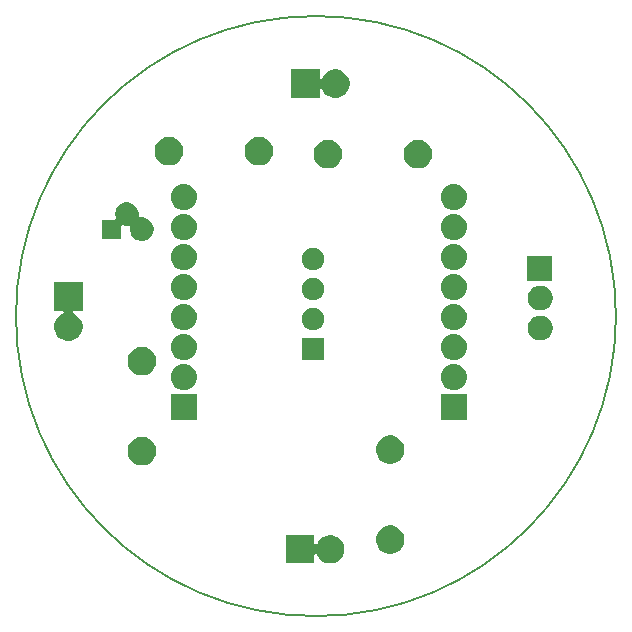
<source format=gbr>
%TF.GenerationSoftware,KiCad,Pcbnew,5.0.2+dfsg1-1~bpo9+1*%
%TF.CreationDate,2019-04-24T06:15:53+00:00*%
%TF.ProjectId,cointest,636f696e-7465-4737-942e-6b696361645f,rev?*%
%TF.SameCoordinates,Original*%
%TF.FileFunction,Soldermask,Top*%
%TF.FilePolarity,Negative*%
%FSLAX46Y46*%
G04 Gerber Fmt 4.6, Leading zero omitted, Abs format (unit mm)*
G04 Created by KiCad (PCBNEW 5.0.2+dfsg1-1~bpo9+1) date Wed 24 Apr 2019 06:15:53 AM UTC*
%MOMM*%
%LPD*%
G01*
G04 APERTURE LIST*
%ADD10C,0.150000*%
G04 APERTURE END LIST*
D10*
X164084000Y-96266000D02*
G75*
G03X164084000Y-96266000I-25400000J0D01*
G01*
G36*
X138550500Y-115485377D02*
X138552902Y-115509763D01*
X138560015Y-115533212D01*
X138571566Y-115554823D01*
X138587112Y-115573765D01*
X138606054Y-115589311D01*
X138627665Y-115600862D01*
X138651114Y-115607975D01*
X138675500Y-115610377D01*
X138699886Y-115607975D01*
X138723335Y-115600862D01*
X138744946Y-115589311D01*
X138763888Y-115573765D01*
X138779434Y-115554823D01*
X138790985Y-115533212D01*
X138827073Y-115446088D01*
X138958401Y-115249542D01*
X139125542Y-115082401D01*
X139322088Y-114951073D01*
X139540474Y-114860615D01*
X139772309Y-114814500D01*
X140008691Y-114814500D01*
X140240526Y-114860615D01*
X140458912Y-114951073D01*
X140655458Y-115082401D01*
X140822599Y-115249542D01*
X140953927Y-115446088D01*
X141044385Y-115664474D01*
X141090500Y-115896309D01*
X141090500Y-116132691D01*
X141044385Y-116364526D01*
X140953927Y-116582912D01*
X140822599Y-116779458D01*
X140655458Y-116946599D01*
X140458912Y-117077927D01*
X140240526Y-117168385D01*
X140008691Y-117214500D01*
X139772309Y-117214500D01*
X139540474Y-117168385D01*
X139322088Y-117077927D01*
X139125542Y-116946599D01*
X138958401Y-116779458D01*
X138827073Y-116582912D01*
X138790985Y-116495788D01*
X138779434Y-116474177D01*
X138763888Y-116455235D01*
X138744946Y-116439689D01*
X138723335Y-116428138D01*
X138699886Y-116421025D01*
X138675500Y-116418623D01*
X138651114Y-116421025D01*
X138627665Y-116428138D01*
X138606054Y-116439689D01*
X138587112Y-116455235D01*
X138571566Y-116474177D01*
X138560015Y-116495788D01*
X138552902Y-116519237D01*
X138550500Y-116543623D01*
X138550500Y-117214500D01*
X136150500Y-117214500D01*
X136150500Y-114814500D01*
X138550500Y-114814500D01*
X138550500Y-115485377D01*
X138550500Y-115485377D01*
G37*
G36*
X145320376Y-114035605D02*
X145538672Y-114126026D01*
X145735133Y-114257297D01*
X145902203Y-114424367D01*
X146033474Y-114620828D01*
X146123895Y-114839124D01*
X146169990Y-115070859D01*
X146169990Y-115307141D01*
X146123895Y-115538876D01*
X146033474Y-115757172D01*
X145902203Y-115953633D01*
X145735133Y-116120703D01*
X145538672Y-116251974D01*
X145320376Y-116342395D01*
X145088641Y-116388490D01*
X144852359Y-116388490D01*
X144620624Y-116342395D01*
X144402328Y-116251974D01*
X144205867Y-116120703D01*
X144038797Y-115953633D01*
X143907526Y-115757172D01*
X143817105Y-115538876D01*
X143771010Y-115307141D01*
X143771010Y-115070859D01*
X143817105Y-114839124D01*
X143907526Y-114620828D01*
X144038797Y-114424367D01*
X144205867Y-114257297D01*
X144402328Y-114126026D01*
X144620624Y-114035605D01*
X144852359Y-113989510D01*
X145088641Y-113989510D01*
X145320376Y-114035605D01*
X145320376Y-114035605D01*
G37*
G36*
X124301876Y-106542605D02*
X124520172Y-106633026D01*
X124716633Y-106764297D01*
X124883703Y-106931367D01*
X125014974Y-107127828D01*
X125105395Y-107346124D01*
X125151490Y-107577859D01*
X125151490Y-107814141D01*
X125105395Y-108045876D01*
X125014974Y-108264172D01*
X124883703Y-108460633D01*
X124716633Y-108627703D01*
X124520172Y-108758974D01*
X124301876Y-108849395D01*
X124070141Y-108895490D01*
X123833859Y-108895490D01*
X123602124Y-108849395D01*
X123383828Y-108758974D01*
X123187367Y-108627703D01*
X123020297Y-108460633D01*
X122889026Y-108264172D01*
X122798605Y-108045876D01*
X122752510Y-107814141D01*
X122752510Y-107577859D01*
X122798605Y-107346124D01*
X122889026Y-107127828D01*
X123020297Y-106931367D01*
X123187367Y-106764297D01*
X123383828Y-106633026D01*
X123602124Y-106542605D01*
X123833859Y-106496510D01*
X124070141Y-106496510D01*
X124301876Y-106542605D01*
X124301876Y-106542605D01*
G37*
G36*
X145320376Y-106415605D02*
X145538672Y-106506026D01*
X145735133Y-106637297D01*
X145902203Y-106804367D01*
X146033474Y-107000828D01*
X146123895Y-107219124D01*
X146169990Y-107450859D01*
X146169990Y-107687141D01*
X146123895Y-107918876D01*
X146033474Y-108137172D01*
X145902203Y-108333633D01*
X145735133Y-108500703D01*
X145538672Y-108631974D01*
X145320376Y-108722395D01*
X145088641Y-108768490D01*
X144852359Y-108768490D01*
X144620624Y-108722395D01*
X144402328Y-108631974D01*
X144205867Y-108500703D01*
X144038797Y-108333633D01*
X143907526Y-108137172D01*
X143817105Y-107918876D01*
X143771010Y-107687141D01*
X143771010Y-107450859D01*
X143817105Y-107219124D01*
X143907526Y-107000828D01*
X144038797Y-106804367D01*
X144205867Y-106637297D01*
X144402328Y-106506026D01*
X144620624Y-106415605D01*
X144852359Y-106369510D01*
X145088641Y-106369510D01*
X145320376Y-106415605D01*
X145320376Y-106415605D01*
G37*
G36*
X128590000Y-105050000D02*
X126390000Y-105050000D01*
X126390000Y-102850000D01*
X128590000Y-102850000D01*
X128590000Y-105050000D01*
X128590000Y-105050000D01*
G37*
G36*
X151450000Y-105050000D02*
X149250000Y-105050000D01*
X149250000Y-102850000D01*
X151450000Y-102850000D01*
X151450000Y-105050000D01*
X151450000Y-105050000D01*
G37*
G36*
X150565639Y-100325916D02*
X150772986Y-100388815D01*
X150772988Y-100388816D01*
X150964084Y-100490958D01*
X151131581Y-100628419D01*
X151269042Y-100795916D01*
X151371184Y-100987012D01*
X151371185Y-100987014D01*
X151417282Y-101138974D01*
X151434084Y-101194362D01*
X151455322Y-101410000D01*
X151434084Y-101625638D01*
X151371184Y-101832988D01*
X151269042Y-102024084D01*
X151131581Y-102191581D01*
X150964084Y-102329042D01*
X150772988Y-102431184D01*
X150772986Y-102431185D01*
X150565639Y-102494084D01*
X150404038Y-102510000D01*
X150295962Y-102510000D01*
X150134361Y-102494084D01*
X149927014Y-102431185D01*
X149927012Y-102431184D01*
X149735916Y-102329042D01*
X149568419Y-102191581D01*
X149430958Y-102024084D01*
X149328816Y-101832988D01*
X149265916Y-101625638D01*
X149244678Y-101410000D01*
X149265916Y-101194362D01*
X149282718Y-101138974D01*
X149328815Y-100987014D01*
X149328816Y-100987012D01*
X149430958Y-100795916D01*
X149568419Y-100628419D01*
X149735916Y-100490958D01*
X149927012Y-100388816D01*
X149927014Y-100388815D01*
X150134361Y-100325916D01*
X150295962Y-100310000D01*
X150404038Y-100310000D01*
X150565639Y-100325916D01*
X150565639Y-100325916D01*
G37*
G36*
X127705639Y-100325916D02*
X127912986Y-100388815D01*
X127912988Y-100388816D01*
X128104084Y-100490958D01*
X128271581Y-100628419D01*
X128409042Y-100795916D01*
X128511184Y-100987012D01*
X128511185Y-100987014D01*
X128557282Y-101138974D01*
X128574084Y-101194362D01*
X128595322Y-101410000D01*
X128574084Y-101625638D01*
X128511184Y-101832988D01*
X128409042Y-102024084D01*
X128271581Y-102191581D01*
X128104084Y-102329042D01*
X127912988Y-102431184D01*
X127912986Y-102431185D01*
X127705639Y-102494084D01*
X127544038Y-102510000D01*
X127435962Y-102510000D01*
X127274361Y-102494084D01*
X127067014Y-102431185D01*
X127067012Y-102431184D01*
X126875916Y-102329042D01*
X126708419Y-102191581D01*
X126570958Y-102024084D01*
X126468816Y-101832988D01*
X126405916Y-101625638D01*
X126384678Y-101410000D01*
X126405916Y-101194362D01*
X126422718Y-101138974D01*
X126468815Y-100987014D01*
X126468816Y-100987012D01*
X126570958Y-100795916D01*
X126708419Y-100628419D01*
X126875916Y-100490958D01*
X127067012Y-100388816D01*
X127067014Y-100388815D01*
X127274361Y-100325916D01*
X127435962Y-100310000D01*
X127544038Y-100310000D01*
X127705639Y-100325916D01*
X127705639Y-100325916D01*
G37*
G36*
X124301876Y-98922605D02*
X124520172Y-99013026D01*
X124716633Y-99144297D01*
X124883703Y-99311367D01*
X125014974Y-99507828D01*
X125105395Y-99726124D01*
X125151490Y-99957859D01*
X125151490Y-100194141D01*
X125105395Y-100425876D01*
X125014974Y-100644172D01*
X124883703Y-100840633D01*
X124716633Y-101007703D01*
X124520172Y-101138974D01*
X124301876Y-101229395D01*
X124070141Y-101275490D01*
X123833859Y-101275490D01*
X123602124Y-101229395D01*
X123383828Y-101138974D01*
X123187367Y-101007703D01*
X123020297Y-100840633D01*
X122889026Y-100644172D01*
X122798605Y-100425876D01*
X122752510Y-100194141D01*
X122752510Y-99957859D01*
X122798605Y-99726124D01*
X122889026Y-99507828D01*
X123020297Y-99311367D01*
X123187367Y-99144297D01*
X123383828Y-99013026D01*
X123602124Y-98922605D01*
X123833859Y-98876510D01*
X124070141Y-98876510D01*
X124301876Y-98922605D01*
X124301876Y-98922605D01*
G37*
G36*
X139380000Y-100010000D02*
X137480000Y-100010000D01*
X137480000Y-98110000D01*
X139380000Y-98110000D01*
X139380000Y-100010000D01*
X139380000Y-100010000D01*
G37*
G36*
X127705639Y-97785916D02*
X127912986Y-97848815D01*
X127912988Y-97848816D01*
X128104084Y-97950958D01*
X128271581Y-98088419D01*
X128409042Y-98255916D01*
X128511184Y-98447012D01*
X128511185Y-98447014D01*
X128574084Y-98654361D01*
X128595322Y-98870000D01*
X128574084Y-99085639D01*
X128556291Y-99144295D01*
X128511184Y-99292988D01*
X128409042Y-99484084D01*
X128271581Y-99651581D01*
X128104084Y-99789042D01*
X127912988Y-99891184D01*
X127912986Y-99891185D01*
X127705639Y-99954084D01*
X127544038Y-99970000D01*
X127435962Y-99970000D01*
X127274361Y-99954084D01*
X127067014Y-99891185D01*
X127067012Y-99891184D01*
X126875916Y-99789042D01*
X126708419Y-99651581D01*
X126570958Y-99484084D01*
X126468816Y-99292988D01*
X126423710Y-99144295D01*
X126405916Y-99085639D01*
X126384678Y-98870000D01*
X126405916Y-98654361D01*
X126468815Y-98447014D01*
X126468816Y-98447012D01*
X126570958Y-98255916D01*
X126708419Y-98088419D01*
X126875916Y-97950958D01*
X127067012Y-97848816D01*
X127067014Y-97848815D01*
X127274361Y-97785916D01*
X127435962Y-97770000D01*
X127544038Y-97770000D01*
X127705639Y-97785916D01*
X127705639Y-97785916D01*
G37*
G36*
X150565639Y-97785916D02*
X150772986Y-97848815D01*
X150772988Y-97848816D01*
X150964084Y-97950958D01*
X151131581Y-98088419D01*
X151269042Y-98255916D01*
X151371184Y-98447012D01*
X151371185Y-98447014D01*
X151434084Y-98654361D01*
X151455322Y-98870000D01*
X151434084Y-99085639D01*
X151416291Y-99144295D01*
X151371184Y-99292988D01*
X151269042Y-99484084D01*
X151131581Y-99651581D01*
X150964084Y-99789042D01*
X150772988Y-99891184D01*
X150772986Y-99891185D01*
X150565639Y-99954084D01*
X150404038Y-99970000D01*
X150295962Y-99970000D01*
X150134361Y-99954084D01*
X149927014Y-99891185D01*
X149927012Y-99891184D01*
X149735916Y-99789042D01*
X149568419Y-99651581D01*
X149430958Y-99484084D01*
X149328816Y-99292988D01*
X149283710Y-99144295D01*
X149265916Y-99085639D01*
X149244678Y-98870000D01*
X149265916Y-98654361D01*
X149328815Y-98447014D01*
X149328816Y-98447012D01*
X149430958Y-98255916D01*
X149568419Y-98088419D01*
X149735916Y-97950958D01*
X149927012Y-97848816D01*
X149927014Y-97848815D01*
X150134361Y-97785916D01*
X150295962Y-97770000D01*
X150404038Y-97770000D01*
X150565639Y-97785916D01*
X150565639Y-97785916D01*
G37*
G36*
X118929000Y-95815000D02*
X118258123Y-95815000D01*
X118233737Y-95817402D01*
X118210288Y-95824515D01*
X118188677Y-95836066D01*
X118169735Y-95851612D01*
X118154189Y-95870554D01*
X118142638Y-95892165D01*
X118135525Y-95915614D01*
X118133123Y-95940000D01*
X118135525Y-95964386D01*
X118142638Y-95987835D01*
X118154189Y-96009446D01*
X118169735Y-96028388D01*
X118188677Y-96043934D01*
X118210288Y-96055485D01*
X118297412Y-96091573D01*
X118493958Y-96222901D01*
X118661099Y-96390042D01*
X118792427Y-96586588D01*
X118882885Y-96804974D01*
X118929000Y-97036809D01*
X118929000Y-97273191D01*
X118882885Y-97505026D01*
X118792427Y-97723412D01*
X118661099Y-97919958D01*
X118493958Y-98087099D01*
X118297412Y-98218427D01*
X118079026Y-98308885D01*
X117847191Y-98355000D01*
X117610809Y-98355000D01*
X117378974Y-98308885D01*
X117160588Y-98218427D01*
X116964042Y-98087099D01*
X116796901Y-97919958D01*
X116665573Y-97723412D01*
X116575115Y-97505026D01*
X116529000Y-97273191D01*
X116529000Y-97036809D01*
X116575115Y-96804974D01*
X116665573Y-96586588D01*
X116796901Y-96390042D01*
X116964042Y-96222901D01*
X117160588Y-96091573D01*
X117247712Y-96055485D01*
X117269323Y-96043934D01*
X117288265Y-96028388D01*
X117303811Y-96009446D01*
X117315362Y-95987835D01*
X117322475Y-95964386D01*
X117324877Y-95940000D01*
X117322475Y-95915614D01*
X117315362Y-95892165D01*
X117303811Y-95870554D01*
X117288265Y-95851612D01*
X117269323Y-95836066D01*
X117247712Y-95824515D01*
X117224263Y-95817402D01*
X117199877Y-95815000D01*
X116529000Y-95815000D01*
X116529000Y-93415000D01*
X118929000Y-93415000D01*
X118929000Y-95815000D01*
X118929000Y-95815000D01*
G37*
G36*
X157796388Y-96236470D02*
X157976774Y-96272350D01*
X158167862Y-96351502D01*
X158339836Y-96466411D01*
X158486089Y-96612664D01*
X158600998Y-96784638D01*
X158680150Y-96975726D01*
X158720500Y-97178584D01*
X158720500Y-97385416D01*
X158680150Y-97588274D01*
X158600998Y-97779362D01*
X158486089Y-97951336D01*
X158339836Y-98097589D01*
X158167862Y-98212498D01*
X157976774Y-98291650D01*
X157796388Y-98327530D01*
X157773917Y-98332000D01*
X157567083Y-98332000D01*
X157544612Y-98327530D01*
X157364226Y-98291650D01*
X157173138Y-98212498D01*
X157001164Y-98097589D01*
X156854911Y-97951336D01*
X156740002Y-97779362D01*
X156660850Y-97588274D01*
X156620500Y-97385416D01*
X156620500Y-97178584D01*
X156660850Y-96975726D01*
X156740002Y-96784638D01*
X156854911Y-96612664D01*
X157001164Y-96466411D01*
X157173138Y-96351502D01*
X157364226Y-96272350D01*
X157544612Y-96236470D01*
X157567083Y-96232000D01*
X157773917Y-96232000D01*
X157796388Y-96236470D01*
X157796388Y-96236470D01*
G37*
G36*
X138569452Y-95579127D02*
X138707105Y-95606508D01*
X138879994Y-95678121D01*
X139035590Y-95782087D01*
X139167913Y-95914410D01*
X139271879Y-96070006D01*
X139343492Y-96242895D01*
X139380000Y-96426433D01*
X139380000Y-96613567D01*
X139343492Y-96797105D01*
X139271879Y-96969994D01*
X139167913Y-97125590D01*
X139035590Y-97257913D01*
X138879994Y-97361879D01*
X138707105Y-97433492D01*
X138569452Y-97460873D01*
X138523568Y-97470000D01*
X138336432Y-97470000D01*
X138290548Y-97460873D01*
X138152895Y-97433492D01*
X137980006Y-97361879D01*
X137824410Y-97257913D01*
X137692087Y-97125590D01*
X137588121Y-96969994D01*
X137516508Y-96797105D01*
X137480000Y-96613567D01*
X137480000Y-96426433D01*
X137516508Y-96242895D01*
X137588121Y-96070006D01*
X137692087Y-95914410D01*
X137824410Y-95782087D01*
X137980006Y-95678121D01*
X138152895Y-95606508D01*
X138290548Y-95579127D01*
X138336432Y-95570000D01*
X138523568Y-95570000D01*
X138569452Y-95579127D01*
X138569452Y-95579127D01*
G37*
G36*
X150565639Y-95245916D02*
X150772986Y-95308815D01*
X150772988Y-95308816D01*
X150964084Y-95410958D01*
X151131581Y-95548419D01*
X151269042Y-95715916D01*
X151341572Y-95851612D01*
X151371185Y-95907014D01*
X151434084Y-96114361D01*
X151455322Y-96330000D01*
X151434084Y-96545639D01*
X151413478Y-96613568D01*
X151371184Y-96752988D01*
X151269042Y-96944084D01*
X151131581Y-97111581D01*
X150964084Y-97249042D01*
X150772988Y-97351184D01*
X150772986Y-97351185D01*
X150565639Y-97414084D01*
X150404038Y-97430000D01*
X150295962Y-97430000D01*
X150134361Y-97414084D01*
X149927014Y-97351185D01*
X149927012Y-97351184D01*
X149735916Y-97249042D01*
X149568419Y-97111581D01*
X149430958Y-96944084D01*
X149328816Y-96752988D01*
X149286523Y-96613568D01*
X149265916Y-96545639D01*
X149244678Y-96330000D01*
X149265916Y-96114361D01*
X149328815Y-95907014D01*
X149358428Y-95851612D01*
X149430958Y-95715916D01*
X149568419Y-95548419D01*
X149735916Y-95410958D01*
X149927012Y-95308816D01*
X149927014Y-95308815D01*
X150134361Y-95245916D01*
X150295962Y-95230000D01*
X150404038Y-95230000D01*
X150565639Y-95245916D01*
X150565639Y-95245916D01*
G37*
G36*
X127705639Y-95245916D02*
X127912986Y-95308815D01*
X127912988Y-95308816D01*
X128104084Y-95410958D01*
X128271581Y-95548419D01*
X128409042Y-95715916D01*
X128481572Y-95851612D01*
X128511185Y-95907014D01*
X128574084Y-96114361D01*
X128595322Y-96330000D01*
X128574084Y-96545639D01*
X128553478Y-96613568D01*
X128511184Y-96752988D01*
X128409042Y-96944084D01*
X128271581Y-97111581D01*
X128104084Y-97249042D01*
X127912988Y-97351184D01*
X127912986Y-97351185D01*
X127705639Y-97414084D01*
X127544038Y-97430000D01*
X127435962Y-97430000D01*
X127274361Y-97414084D01*
X127067014Y-97351185D01*
X127067012Y-97351184D01*
X126875916Y-97249042D01*
X126708419Y-97111581D01*
X126570958Y-96944084D01*
X126468816Y-96752988D01*
X126426523Y-96613568D01*
X126405916Y-96545639D01*
X126384678Y-96330000D01*
X126405916Y-96114361D01*
X126468815Y-95907014D01*
X126498428Y-95851612D01*
X126570958Y-95715916D01*
X126708419Y-95548419D01*
X126875916Y-95410958D01*
X127067012Y-95308816D01*
X127067014Y-95308815D01*
X127274361Y-95245916D01*
X127435962Y-95230000D01*
X127544038Y-95230000D01*
X127705639Y-95245916D01*
X127705639Y-95245916D01*
G37*
G36*
X157796388Y-93696470D02*
X157976774Y-93732350D01*
X158167862Y-93811502D01*
X158339836Y-93926411D01*
X158486089Y-94072664D01*
X158600998Y-94244638D01*
X158680150Y-94435726D01*
X158720500Y-94638584D01*
X158720500Y-94845416D01*
X158680150Y-95048274D01*
X158600998Y-95239362D01*
X158486089Y-95411336D01*
X158339836Y-95557589D01*
X158167862Y-95672498D01*
X157976774Y-95751650D01*
X157796388Y-95787530D01*
X157773917Y-95792000D01*
X157567083Y-95792000D01*
X157544612Y-95787530D01*
X157364226Y-95751650D01*
X157173138Y-95672498D01*
X157001164Y-95557589D01*
X156854911Y-95411336D01*
X156740002Y-95239362D01*
X156660850Y-95048274D01*
X156620500Y-94845416D01*
X156620500Y-94638584D01*
X156660850Y-94435726D01*
X156740002Y-94244638D01*
X156854911Y-94072664D01*
X157001164Y-93926411D01*
X157173138Y-93811502D01*
X157364226Y-93732350D01*
X157544612Y-93696470D01*
X157567083Y-93692000D01*
X157773917Y-93692000D01*
X157796388Y-93696470D01*
X157796388Y-93696470D01*
G37*
G36*
X138569451Y-93039127D02*
X138707105Y-93066508D01*
X138879994Y-93138121D01*
X139035590Y-93242087D01*
X139167913Y-93374410D01*
X139271879Y-93530006D01*
X139343492Y-93702895D01*
X139380000Y-93886433D01*
X139380000Y-94073567D01*
X139343492Y-94257105D01*
X139271879Y-94429994D01*
X139167913Y-94585590D01*
X139035590Y-94717913D01*
X138879994Y-94821879D01*
X138707105Y-94893492D01*
X138569451Y-94920873D01*
X138523568Y-94930000D01*
X138336432Y-94930000D01*
X138290549Y-94920873D01*
X138152895Y-94893492D01*
X137980006Y-94821879D01*
X137824410Y-94717913D01*
X137692087Y-94585590D01*
X137588121Y-94429994D01*
X137516508Y-94257105D01*
X137480000Y-94073567D01*
X137480000Y-93886433D01*
X137516508Y-93702895D01*
X137588121Y-93530006D01*
X137692087Y-93374410D01*
X137824410Y-93242087D01*
X137980006Y-93138121D01*
X138152895Y-93066508D01*
X138290549Y-93039127D01*
X138336432Y-93030000D01*
X138523568Y-93030000D01*
X138569451Y-93039127D01*
X138569451Y-93039127D01*
G37*
G36*
X127705639Y-92705916D02*
X127912986Y-92768815D01*
X127912988Y-92768816D01*
X128104084Y-92870958D01*
X128271581Y-93008419D01*
X128409042Y-93175916D01*
X128511184Y-93367012D01*
X128511185Y-93367014D01*
X128574084Y-93574361D01*
X128595322Y-93790000D01*
X128574084Y-94005639D01*
X128553478Y-94073568D01*
X128511184Y-94212988D01*
X128409042Y-94404084D01*
X128271581Y-94571581D01*
X128104084Y-94709042D01*
X127912988Y-94811184D01*
X127912986Y-94811185D01*
X127705639Y-94874084D01*
X127544038Y-94890000D01*
X127435962Y-94890000D01*
X127274361Y-94874084D01*
X127067014Y-94811185D01*
X127067012Y-94811184D01*
X126875916Y-94709042D01*
X126708419Y-94571581D01*
X126570958Y-94404084D01*
X126468816Y-94212988D01*
X126426523Y-94073568D01*
X126405916Y-94005639D01*
X126384678Y-93790000D01*
X126405916Y-93574361D01*
X126468815Y-93367014D01*
X126468816Y-93367012D01*
X126570958Y-93175916D01*
X126708419Y-93008419D01*
X126875916Y-92870958D01*
X127067012Y-92768816D01*
X127067014Y-92768815D01*
X127274361Y-92705916D01*
X127435962Y-92690000D01*
X127544038Y-92690000D01*
X127705639Y-92705916D01*
X127705639Y-92705916D01*
G37*
G36*
X150565639Y-92705916D02*
X150772986Y-92768815D01*
X150772988Y-92768816D01*
X150964084Y-92870958D01*
X151131581Y-93008419D01*
X151269042Y-93175916D01*
X151371184Y-93367012D01*
X151371185Y-93367014D01*
X151434084Y-93574361D01*
X151455322Y-93790000D01*
X151434084Y-94005639D01*
X151413478Y-94073568D01*
X151371184Y-94212988D01*
X151269042Y-94404084D01*
X151131581Y-94571581D01*
X150964084Y-94709042D01*
X150772988Y-94811184D01*
X150772986Y-94811185D01*
X150565639Y-94874084D01*
X150404038Y-94890000D01*
X150295962Y-94890000D01*
X150134361Y-94874084D01*
X149927014Y-94811185D01*
X149927012Y-94811184D01*
X149735916Y-94709042D01*
X149568419Y-94571581D01*
X149430958Y-94404084D01*
X149328816Y-94212988D01*
X149286523Y-94073568D01*
X149265916Y-94005639D01*
X149244678Y-93790000D01*
X149265916Y-93574361D01*
X149328815Y-93367014D01*
X149328816Y-93367012D01*
X149430958Y-93175916D01*
X149568419Y-93008419D01*
X149735916Y-92870958D01*
X149927012Y-92768816D01*
X149927014Y-92768815D01*
X150134361Y-92705916D01*
X150295962Y-92690000D01*
X150404038Y-92690000D01*
X150565639Y-92705916D01*
X150565639Y-92705916D01*
G37*
G36*
X158695500Y-93277000D02*
X156595500Y-93277000D01*
X156595500Y-91177000D01*
X158695500Y-91177000D01*
X158695500Y-93277000D01*
X158695500Y-93277000D01*
G37*
G36*
X138569451Y-90499127D02*
X138707105Y-90526508D01*
X138879994Y-90598121D01*
X139035590Y-90702087D01*
X139167913Y-90834410D01*
X139271879Y-90990006D01*
X139343492Y-91162895D01*
X139380000Y-91346433D01*
X139380000Y-91533567D01*
X139343492Y-91717105D01*
X139271879Y-91889994D01*
X139167913Y-92045590D01*
X139035590Y-92177913D01*
X138879994Y-92281879D01*
X138707105Y-92353492D01*
X138569451Y-92380873D01*
X138523568Y-92390000D01*
X138336432Y-92390000D01*
X138290548Y-92380873D01*
X138152895Y-92353492D01*
X137980006Y-92281879D01*
X137824410Y-92177913D01*
X137692087Y-92045590D01*
X137588121Y-91889994D01*
X137516508Y-91717105D01*
X137480000Y-91533567D01*
X137480000Y-91346433D01*
X137516508Y-91162895D01*
X137588121Y-90990006D01*
X137692087Y-90834410D01*
X137824410Y-90702087D01*
X137980006Y-90598121D01*
X138152895Y-90526508D01*
X138290548Y-90499127D01*
X138336432Y-90490000D01*
X138523568Y-90490000D01*
X138569451Y-90499127D01*
X138569451Y-90499127D01*
G37*
G36*
X150565639Y-90165916D02*
X150772986Y-90228815D01*
X150772988Y-90228816D01*
X150964084Y-90330958D01*
X151131581Y-90468419D01*
X151269042Y-90635916D01*
X151371184Y-90827012D01*
X151371185Y-90827014D01*
X151434084Y-91034361D01*
X151455322Y-91250000D01*
X151434084Y-91465639D01*
X151413478Y-91533568D01*
X151371184Y-91672988D01*
X151269042Y-91864084D01*
X151131581Y-92031581D01*
X150964084Y-92169042D01*
X150772988Y-92271184D01*
X150772986Y-92271185D01*
X150565639Y-92334084D01*
X150404038Y-92350000D01*
X150295962Y-92350000D01*
X150134361Y-92334084D01*
X149927014Y-92271185D01*
X149927012Y-92271184D01*
X149735916Y-92169042D01*
X149568419Y-92031581D01*
X149430958Y-91864084D01*
X149328816Y-91672988D01*
X149286523Y-91533568D01*
X149265916Y-91465639D01*
X149244678Y-91250000D01*
X149265916Y-91034361D01*
X149328815Y-90827014D01*
X149328816Y-90827012D01*
X149430958Y-90635916D01*
X149568419Y-90468419D01*
X149735916Y-90330958D01*
X149927012Y-90228816D01*
X149927014Y-90228815D01*
X150134361Y-90165916D01*
X150295962Y-90150000D01*
X150404038Y-90150000D01*
X150565639Y-90165916D01*
X150565639Y-90165916D01*
G37*
G36*
X127705639Y-90165916D02*
X127912986Y-90228815D01*
X127912988Y-90228816D01*
X128104084Y-90330958D01*
X128271581Y-90468419D01*
X128409042Y-90635916D01*
X128511184Y-90827012D01*
X128511185Y-90827014D01*
X128574084Y-91034361D01*
X128595322Y-91250000D01*
X128574084Y-91465639D01*
X128553478Y-91533568D01*
X128511184Y-91672988D01*
X128409042Y-91864084D01*
X128271581Y-92031581D01*
X128104084Y-92169042D01*
X127912988Y-92271184D01*
X127912986Y-92271185D01*
X127705639Y-92334084D01*
X127544038Y-92350000D01*
X127435962Y-92350000D01*
X127274361Y-92334084D01*
X127067014Y-92271185D01*
X127067012Y-92271184D01*
X126875916Y-92169042D01*
X126708419Y-92031581D01*
X126570958Y-91864084D01*
X126468816Y-91672988D01*
X126426523Y-91533568D01*
X126405916Y-91465639D01*
X126384678Y-91250000D01*
X126405916Y-91034361D01*
X126468815Y-90827014D01*
X126468816Y-90827012D01*
X126570958Y-90635916D01*
X126708419Y-90468419D01*
X126875916Y-90330958D01*
X127067012Y-90228816D01*
X127067014Y-90228815D01*
X127274361Y-90165916D01*
X127435962Y-90150000D01*
X127544038Y-90150000D01*
X127705639Y-90165916D01*
X127705639Y-90165916D01*
G37*
G36*
X122857770Y-86645372D02*
X122973689Y-86668429D01*
X123155678Y-86743811D01*
X123319463Y-86853249D01*
X123458751Y-86992537D01*
X123568189Y-87156322D01*
X123643571Y-87338311D01*
X123666628Y-87454230D01*
X123682000Y-87531507D01*
X123682000Y-87728493D01*
X123675911Y-87759105D01*
X123673509Y-87783491D01*
X123675911Y-87807878D01*
X123683024Y-87831327D01*
X123694576Y-87852938D01*
X123710121Y-87871880D01*
X123729063Y-87887425D01*
X123750674Y-87898976D01*
X123774123Y-87906089D01*
X123798509Y-87908491D01*
X123822895Y-87906089D01*
X123853507Y-87900000D01*
X124050493Y-87900000D01*
X124127770Y-87915372D01*
X124243689Y-87938429D01*
X124425678Y-88013811D01*
X124589463Y-88123249D01*
X124728751Y-88262537D01*
X124838189Y-88426322D01*
X124913571Y-88608311D01*
X124952000Y-88801509D01*
X124952000Y-88998491D01*
X124913571Y-89191689D01*
X124838189Y-89373678D01*
X124728751Y-89537463D01*
X124589463Y-89676751D01*
X124425678Y-89786189D01*
X124243689Y-89861571D01*
X124127770Y-89884628D01*
X124050493Y-89900000D01*
X123853507Y-89900000D01*
X123776230Y-89884628D01*
X123660311Y-89861571D01*
X123478322Y-89786189D01*
X123314537Y-89676751D01*
X123175249Y-89537463D01*
X123065811Y-89373678D01*
X122990429Y-89191689D01*
X122952000Y-88998491D01*
X122952000Y-88801509D01*
X122958089Y-88770895D01*
X122960491Y-88746509D01*
X122958089Y-88722122D01*
X122950976Y-88698673D01*
X122939424Y-88677062D01*
X122923879Y-88658120D01*
X122904937Y-88642575D01*
X122883326Y-88631024D01*
X122859877Y-88623911D01*
X122835491Y-88621509D01*
X122811105Y-88623911D01*
X122780493Y-88630000D01*
X122583507Y-88630000D01*
X122390314Y-88591572D01*
X122390312Y-88591571D01*
X122390311Y-88591571D01*
X122384829Y-88589300D01*
X122361389Y-88582189D01*
X122337003Y-88579787D01*
X122312617Y-88582188D01*
X122289168Y-88589301D01*
X122267556Y-88600852D01*
X122248614Y-88616396D01*
X122233068Y-88635338D01*
X122221516Y-88656949D01*
X122214402Y-88680398D01*
X122212000Y-88704787D01*
X122212000Y-89700000D01*
X120612000Y-89700000D01*
X120612000Y-88100000D01*
X121607213Y-88100000D01*
X121631599Y-88097598D01*
X121655048Y-88090485D01*
X121676659Y-88078934D01*
X121695601Y-88063388D01*
X121711147Y-88044446D01*
X121722698Y-88022835D01*
X121729811Y-87999386D01*
X121732213Y-87975000D01*
X121729811Y-87950614D01*
X121722700Y-87927171D01*
X121720429Y-87921689D01*
X121717804Y-87908491D01*
X121682000Y-87728493D01*
X121682000Y-87531507D01*
X121697372Y-87454230D01*
X121720429Y-87338311D01*
X121795811Y-87156322D01*
X121905249Y-86992537D01*
X122044537Y-86853249D01*
X122208322Y-86743811D01*
X122390311Y-86668429D01*
X122506230Y-86645372D01*
X122583507Y-86630000D01*
X122780493Y-86630000D01*
X122857770Y-86645372D01*
X122857770Y-86645372D01*
G37*
G36*
X127705639Y-87625916D02*
X127912986Y-87688815D01*
X127912988Y-87688816D01*
X128104084Y-87790958D01*
X128271581Y-87928419D01*
X128409042Y-88095916D01*
X128498100Y-88262534D01*
X128511185Y-88287014D01*
X128574084Y-88494361D01*
X128595322Y-88710000D01*
X128574084Y-88925639D01*
X128551984Y-88998493D01*
X128511184Y-89132988D01*
X128409042Y-89324084D01*
X128271581Y-89491581D01*
X128104084Y-89629042D01*
X127912988Y-89731184D01*
X127912986Y-89731185D01*
X127705639Y-89794084D01*
X127544038Y-89810000D01*
X127435962Y-89810000D01*
X127274361Y-89794084D01*
X127067014Y-89731185D01*
X127067012Y-89731184D01*
X126875916Y-89629042D01*
X126708419Y-89491581D01*
X126570958Y-89324084D01*
X126468816Y-89132988D01*
X126428017Y-88998493D01*
X126405916Y-88925639D01*
X126384678Y-88710000D01*
X126405916Y-88494361D01*
X126468815Y-88287014D01*
X126481900Y-88262534D01*
X126570958Y-88095916D01*
X126708419Y-87928419D01*
X126875916Y-87790958D01*
X127067012Y-87688816D01*
X127067014Y-87688815D01*
X127274361Y-87625916D01*
X127435962Y-87610000D01*
X127544038Y-87610000D01*
X127705639Y-87625916D01*
X127705639Y-87625916D01*
G37*
G36*
X150565639Y-87625916D02*
X150772986Y-87688815D01*
X150772988Y-87688816D01*
X150964084Y-87790958D01*
X151131581Y-87928419D01*
X151269042Y-88095916D01*
X151358100Y-88262534D01*
X151371185Y-88287014D01*
X151434084Y-88494361D01*
X151455322Y-88710000D01*
X151434084Y-88925639D01*
X151411984Y-88998493D01*
X151371184Y-89132988D01*
X151269042Y-89324084D01*
X151131581Y-89491581D01*
X150964084Y-89629042D01*
X150772988Y-89731184D01*
X150772986Y-89731185D01*
X150565639Y-89794084D01*
X150404038Y-89810000D01*
X150295962Y-89810000D01*
X150134361Y-89794084D01*
X149927014Y-89731185D01*
X149927012Y-89731184D01*
X149735916Y-89629042D01*
X149568419Y-89491581D01*
X149430958Y-89324084D01*
X149328816Y-89132988D01*
X149288017Y-88998493D01*
X149265916Y-88925639D01*
X149244678Y-88710000D01*
X149265916Y-88494361D01*
X149328815Y-88287014D01*
X149341900Y-88262534D01*
X149430958Y-88095916D01*
X149568419Y-87928419D01*
X149735916Y-87790958D01*
X149927012Y-87688816D01*
X149927014Y-87688815D01*
X150134361Y-87625916D01*
X150295962Y-87610000D01*
X150404038Y-87610000D01*
X150565639Y-87625916D01*
X150565639Y-87625916D01*
G37*
G36*
X127705639Y-85085916D02*
X127912986Y-85148815D01*
X127912988Y-85148816D01*
X128104084Y-85250958D01*
X128271581Y-85388419D01*
X128409042Y-85555916D01*
X128511184Y-85747012D01*
X128574084Y-85954362D01*
X128595322Y-86170000D01*
X128574084Y-86385638D01*
X128511184Y-86592988D01*
X128409042Y-86784084D01*
X128271581Y-86951581D01*
X128104084Y-87089042D01*
X127912988Y-87191184D01*
X127912986Y-87191185D01*
X127705639Y-87254084D01*
X127544038Y-87270000D01*
X127435962Y-87270000D01*
X127274361Y-87254084D01*
X127067014Y-87191185D01*
X127067012Y-87191184D01*
X126875916Y-87089042D01*
X126708419Y-86951581D01*
X126570958Y-86784084D01*
X126468816Y-86592988D01*
X126405916Y-86385638D01*
X126384678Y-86170000D01*
X126405916Y-85954362D01*
X126468816Y-85747012D01*
X126570958Y-85555916D01*
X126708419Y-85388419D01*
X126875916Y-85250958D01*
X127067012Y-85148816D01*
X127067014Y-85148815D01*
X127274361Y-85085916D01*
X127435962Y-85070000D01*
X127544038Y-85070000D01*
X127705639Y-85085916D01*
X127705639Y-85085916D01*
G37*
G36*
X150565639Y-85085916D02*
X150772986Y-85148815D01*
X150772988Y-85148816D01*
X150964084Y-85250958D01*
X151131581Y-85388419D01*
X151269042Y-85555916D01*
X151371184Y-85747012D01*
X151434084Y-85954362D01*
X151455322Y-86170000D01*
X151434084Y-86385638D01*
X151371184Y-86592988D01*
X151269042Y-86784084D01*
X151131581Y-86951581D01*
X150964084Y-87089042D01*
X150772988Y-87191184D01*
X150772986Y-87191185D01*
X150565639Y-87254084D01*
X150404038Y-87270000D01*
X150295962Y-87270000D01*
X150134361Y-87254084D01*
X149927014Y-87191185D01*
X149927012Y-87191184D01*
X149735916Y-87089042D01*
X149568419Y-86951581D01*
X149430958Y-86784084D01*
X149328816Y-86592988D01*
X149265916Y-86385638D01*
X149244678Y-86170000D01*
X149265916Y-85954362D01*
X149328816Y-85747012D01*
X149430958Y-85555916D01*
X149568419Y-85388419D01*
X149735916Y-85250958D01*
X149927012Y-85148816D01*
X149927014Y-85148815D01*
X150134361Y-85085916D01*
X150295962Y-85070000D01*
X150404038Y-85070000D01*
X150565639Y-85085916D01*
X150565639Y-85085916D01*
G37*
G36*
X140049876Y-81396605D02*
X140268172Y-81487026D01*
X140464633Y-81618297D01*
X140631703Y-81785367D01*
X140762974Y-81981828D01*
X140853395Y-82200124D01*
X140899490Y-82431859D01*
X140899490Y-82668141D01*
X140853395Y-82899876D01*
X140762974Y-83118172D01*
X140631703Y-83314633D01*
X140464633Y-83481703D01*
X140268172Y-83612974D01*
X140049876Y-83703395D01*
X139818141Y-83749490D01*
X139581859Y-83749490D01*
X139350124Y-83703395D01*
X139131828Y-83612974D01*
X138935367Y-83481703D01*
X138768297Y-83314633D01*
X138637026Y-83118172D01*
X138546605Y-82899876D01*
X138500510Y-82668141D01*
X138500510Y-82431859D01*
X138546605Y-82200124D01*
X138637026Y-81981828D01*
X138768297Y-81785367D01*
X138935367Y-81618297D01*
X139131828Y-81487026D01*
X139350124Y-81396605D01*
X139581859Y-81350510D01*
X139818141Y-81350510D01*
X140049876Y-81396605D01*
X140049876Y-81396605D01*
G37*
G36*
X147669876Y-81396605D02*
X147888172Y-81487026D01*
X148084633Y-81618297D01*
X148251703Y-81785367D01*
X148382974Y-81981828D01*
X148473395Y-82200124D01*
X148519490Y-82431859D01*
X148519490Y-82668141D01*
X148473395Y-82899876D01*
X148382974Y-83118172D01*
X148251703Y-83314633D01*
X148084633Y-83481703D01*
X147888172Y-83612974D01*
X147669876Y-83703395D01*
X147438141Y-83749490D01*
X147201859Y-83749490D01*
X146970124Y-83703395D01*
X146751828Y-83612974D01*
X146555367Y-83481703D01*
X146388297Y-83314633D01*
X146257026Y-83118172D01*
X146166605Y-82899876D01*
X146120510Y-82668141D01*
X146120510Y-82431859D01*
X146166605Y-82200124D01*
X146257026Y-81981828D01*
X146388297Y-81785367D01*
X146555367Y-81618297D01*
X146751828Y-81487026D01*
X146970124Y-81396605D01*
X147201859Y-81350510D01*
X147438141Y-81350510D01*
X147669876Y-81396605D01*
X147669876Y-81396605D01*
G37*
G36*
X134207876Y-81142605D02*
X134426172Y-81233026D01*
X134622633Y-81364297D01*
X134789703Y-81531367D01*
X134920974Y-81727828D01*
X135011395Y-81946124D01*
X135057490Y-82177859D01*
X135057490Y-82414141D01*
X135011395Y-82645876D01*
X134920974Y-82864172D01*
X134789703Y-83060633D01*
X134622633Y-83227703D01*
X134426172Y-83358974D01*
X134207876Y-83449395D01*
X133976141Y-83495490D01*
X133739859Y-83495490D01*
X133508124Y-83449395D01*
X133289828Y-83358974D01*
X133093367Y-83227703D01*
X132926297Y-83060633D01*
X132795026Y-82864172D01*
X132704605Y-82645876D01*
X132658510Y-82414141D01*
X132658510Y-82177859D01*
X132704605Y-81946124D01*
X132795026Y-81727828D01*
X132926297Y-81531367D01*
X133093367Y-81364297D01*
X133289828Y-81233026D01*
X133508124Y-81142605D01*
X133739859Y-81096510D01*
X133976141Y-81096510D01*
X134207876Y-81142605D01*
X134207876Y-81142605D01*
G37*
G36*
X126587876Y-81142605D02*
X126806172Y-81233026D01*
X127002633Y-81364297D01*
X127169703Y-81531367D01*
X127300974Y-81727828D01*
X127391395Y-81946124D01*
X127437490Y-82177859D01*
X127437490Y-82414141D01*
X127391395Y-82645876D01*
X127300974Y-82864172D01*
X127169703Y-83060633D01*
X127002633Y-83227703D01*
X126806172Y-83358974D01*
X126587876Y-83449395D01*
X126356141Y-83495490D01*
X126119859Y-83495490D01*
X125888124Y-83449395D01*
X125669828Y-83358974D01*
X125473367Y-83227703D01*
X125306297Y-83060633D01*
X125175026Y-82864172D01*
X125084605Y-82645876D01*
X125038510Y-82414141D01*
X125038510Y-82177859D01*
X125084605Y-81946124D01*
X125175026Y-81727828D01*
X125306297Y-81531367D01*
X125473367Y-81364297D01*
X125669828Y-81233026D01*
X125888124Y-81142605D01*
X126119859Y-81096510D01*
X126356141Y-81096510D01*
X126587876Y-81142605D01*
X126587876Y-81142605D01*
G37*
G36*
X138995000Y-76051877D02*
X138997402Y-76076263D01*
X139004515Y-76099712D01*
X139016066Y-76121323D01*
X139031612Y-76140265D01*
X139050554Y-76155811D01*
X139072165Y-76167362D01*
X139095614Y-76174475D01*
X139120000Y-76176877D01*
X139144386Y-76174475D01*
X139167835Y-76167362D01*
X139189446Y-76155811D01*
X139208388Y-76140265D01*
X139223934Y-76121323D01*
X139235485Y-76099712D01*
X139271573Y-76012588D01*
X139402901Y-75816042D01*
X139570042Y-75648901D01*
X139766588Y-75517573D01*
X139984974Y-75427115D01*
X140216809Y-75381000D01*
X140453191Y-75381000D01*
X140685026Y-75427115D01*
X140903412Y-75517573D01*
X141099958Y-75648901D01*
X141267099Y-75816042D01*
X141398427Y-76012588D01*
X141488885Y-76230974D01*
X141535000Y-76462809D01*
X141535000Y-76699191D01*
X141488885Y-76931026D01*
X141398427Y-77149412D01*
X141267099Y-77345958D01*
X141099958Y-77513099D01*
X140903412Y-77644427D01*
X140685026Y-77734885D01*
X140453191Y-77781000D01*
X140216809Y-77781000D01*
X139984974Y-77734885D01*
X139766588Y-77644427D01*
X139570042Y-77513099D01*
X139402901Y-77345958D01*
X139271573Y-77149412D01*
X139235485Y-77062288D01*
X139223934Y-77040677D01*
X139208388Y-77021735D01*
X139189446Y-77006189D01*
X139167835Y-76994638D01*
X139144386Y-76987525D01*
X139120000Y-76985123D01*
X139095614Y-76987525D01*
X139072165Y-76994638D01*
X139050554Y-77006189D01*
X139031612Y-77021735D01*
X139016066Y-77040677D01*
X139004515Y-77062288D01*
X138997402Y-77085737D01*
X138995000Y-77110123D01*
X138995000Y-77781000D01*
X136595000Y-77781000D01*
X136595000Y-75381000D01*
X138995000Y-75381000D01*
X138995000Y-76051877D01*
X138995000Y-76051877D01*
G37*
M02*

</source>
